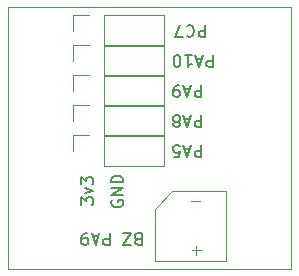
<source format=gbr>
%TF.GenerationSoftware,KiCad,Pcbnew,7.0.10*%
%TF.CreationDate,2024-08-23T10:21:53-04:00*%
%TF.ProjectId,mks_wifi_breakout,6d6b735f-7769-4666-995f-627265616b6f,rev?*%
%TF.SameCoordinates,Original*%
%TF.FileFunction,Legend,Top*%
%TF.FilePolarity,Positive*%
%FSLAX46Y46*%
G04 Gerber Fmt 4.6, Leading zero omitted, Abs format (unit mm)*
G04 Created by KiCad (PCBNEW 7.0.10) date 2024-08-23 10:21:53*
%MOMM*%
%LPD*%
G01*
G04 APERTURE LIST*
%ADD10C,0.150000*%
%ADD11C,0.100000*%
%ADD12C,0.120000*%
%TA.AperFunction,Profile*%
%ADD13C,0.100000*%
%TD*%
G04 APERTURE END LIST*
D10*
X140807887Y-89299990D02*
X140665030Y-89252371D01*
X140665030Y-89252371D02*
X140617411Y-89204752D01*
X140617411Y-89204752D02*
X140569792Y-89109514D01*
X140569792Y-89109514D02*
X140569792Y-88966657D01*
X140569792Y-88966657D02*
X140617411Y-88871419D01*
X140617411Y-88871419D02*
X140665030Y-88823800D01*
X140665030Y-88823800D02*
X140760268Y-88776180D01*
X140760268Y-88776180D02*
X141141220Y-88776180D01*
X141141220Y-88776180D02*
X141141220Y-89776180D01*
X141141220Y-89776180D02*
X140807887Y-89776180D01*
X140807887Y-89776180D02*
X140712649Y-89728561D01*
X140712649Y-89728561D02*
X140665030Y-89680942D01*
X140665030Y-89680942D02*
X140617411Y-89585704D01*
X140617411Y-89585704D02*
X140617411Y-89490466D01*
X140617411Y-89490466D02*
X140665030Y-89395228D01*
X140665030Y-89395228D02*
X140712649Y-89347609D01*
X140712649Y-89347609D02*
X140807887Y-89299990D01*
X140807887Y-89299990D02*
X141141220Y-89299990D01*
X140236458Y-89776180D02*
X139569792Y-89776180D01*
X139569792Y-89776180D02*
X140236458Y-88776180D01*
X140236458Y-88776180D02*
X139569792Y-88776180D01*
X138426934Y-88776180D02*
X138426934Y-89776180D01*
X138426934Y-89776180D02*
X138045982Y-89776180D01*
X138045982Y-89776180D02*
X137950744Y-89728561D01*
X137950744Y-89728561D02*
X137903125Y-89680942D01*
X137903125Y-89680942D02*
X137855506Y-89585704D01*
X137855506Y-89585704D02*
X137855506Y-89442847D01*
X137855506Y-89442847D02*
X137903125Y-89347609D01*
X137903125Y-89347609D02*
X137950744Y-89299990D01*
X137950744Y-89299990D02*
X138045982Y-89252371D01*
X138045982Y-89252371D02*
X138426934Y-89252371D01*
X137474553Y-89061895D02*
X136998363Y-89061895D01*
X137569791Y-88776180D02*
X137236458Y-89776180D01*
X137236458Y-89776180D02*
X136903125Y-88776180D01*
X136522172Y-88776180D02*
X136331696Y-88776180D01*
X136331696Y-88776180D02*
X136236458Y-88823800D01*
X136236458Y-88823800D02*
X136188839Y-88871419D01*
X136188839Y-88871419D02*
X136093601Y-89014276D01*
X136093601Y-89014276D02*
X136045982Y-89204752D01*
X136045982Y-89204752D02*
X136045982Y-89585704D01*
X136045982Y-89585704D02*
X136093601Y-89680942D01*
X136093601Y-89680942D02*
X136141220Y-89728561D01*
X136141220Y-89728561D02*
X136236458Y-89776180D01*
X136236458Y-89776180D02*
X136426934Y-89776180D01*
X136426934Y-89776180D02*
X136522172Y-89728561D01*
X136522172Y-89728561D02*
X136569791Y-89680942D01*
X136569791Y-89680942D02*
X136617410Y-89585704D01*
X136617410Y-89585704D02*
X136617410Y-89347609D01*
X136617410Y-89347609D02*
X136569791Y-89252371D01*
X136569791Y-89252371D02*
X136522172Y-89204752D01*
X136522172Y-89204752D02*
X136426934Y-89157133D01*
X136426934Y-89157133D02*
X136236458Y-89157133D01*
X136236458Y-89157133D02*
X136141220Y-89204752D01*
X136141220Y-89204752D02*
X136093601Y-89252371D01*
X136093601Y-89252371D02*
X136045982Y-89347609D01*
X138617438Y-86007411D02*
X138569819Y-86102649D01*
X138569819Y-86102649D02*
X138569819Y-86245506D01*
X138569819Y-86245506D02*
X138617438Y-86388363D01*
X138617438Y-86388363D02*
X138712676Y-86483601D01*
X138712676Y-86483601D02*
X138807914Y-86531220D01*
X138807914Y-86531220D02*
X138998390Y-86578839D01*
X138998390Y-86578839D02*
X139141247Y-86578839D01*
X139141247Y-86578839D02*
X139331723Y-86531220D01*
X139331723Y-86531220D02*
X139426961Y-86483601D01*
X139426961Y-86483601D02*
X139522200Y-86388363D01*
X139522200Y-86388363D02*
X139569819Y-86245506D01*
X139569819Y-86245506D02*
X139569819Y-86150268D01*
X139569819Y-86150268D02*
X139522200Y-86007411D01*
X139522200Y-86007411D02*
X139474580Y-85959792D01*
X139474580Y-85959792D02*
X139141247Y-85959792D01*
X139141247Y-85959792D02*
X139141247Y-86150268D01*
X139569819Y-85531220D02*
X138569819Y-85531220D01*
X138569819Y-85531220D02*
X139569819Y-84959792D01*
X139569819Y-84959792D02*
X138569819Y-84959792D01*
X139569819Y-84483601D02*
X138569819Y-84483601D01*
X138569819Y-84483601D02*
X138569819Y-84245506D01*
X138569819Y-84245506D02*
X138617438Y-84102649D01*
X138617438Y-84102649D02*
X138712676Y-84007411D01*
X138712676Y-84007411D02*
X138807914Y-83959792D01*
X138807914Y-83959792D02*
X138998390Y-83912173D01*
X138998390Y-83912173D02*
X139141247Y-83912173D01*
X139141247Y-83912173D02*
X139331723Y-83959792D01*
X139331723Y-83959792D02*
X139426961Y-84007411D01*
X139426961Y-84007411D02*
X139522200Y-84102649D01*
X139522200Y-84102649D02*
X139569819Y-84245506D01*
X139569819Y-84245506D02*
X139569819Y-84483601D01*
X136029819Y-86372458D02*
X136029819Y-85753411D01*
X136029819Y-85753411D02*
X136410771Y-86086744D01*
X136410771Y-86086744D02*
X136410771Y-85943887D01*
X136410771Y-85943887D02*
X136458390Y-85848649D01*
X136458390Y-85848649D02*
X136506009Y-85801030D01*
X136506009Y-85801030D02*
X136601247Y-85753411D01*
X136601247Y-85753411D02*
X136839342Y-85753411D01*
X136839342Y-85753411D02*
X136934580Y-85801030D01*
X136934580Y-85801030D02*
X136982200Y-85848649D01*
X136982200Y-85848649D02*
X137029819Y-85943887D01*
X137029819Y-85943887D02*
X137029819Y-86229601D01*
X137029819Y-86229601D02*
X136982200Y-86324839D01*
X136982200Y-86324839D02*
X136934580Y-86372458D01*
X136363152Y-85420077D02*
X137029819Y-85181982D01*
X137029819Y-85181982D02*
X136363152Y-84943887D01*
X136029819Y-84658172D02*
X136029819Y-84039125D01*
X136029819Y-84039125D02*
X136410771Y-84372458D01*
X136410771Y-84372458D02*
X136410771Y-84229601D01*
X136410771Y-84229601D02*
X136458390Y-84134363D01*
X136458390Y-84134363D02*
X136506009Y-84086744D01*
X136506009Y-84086744D02*
X136601247Y-84039125D01*
X136601247Y-84039125D02*
X136839342Y-84039125D01*
X136839342Y-84039125D02*
X136934580Y-84086744D01*
X136934580Y-84086744D02*
X136982200Y-84134363D01*
X136982200Y-84134363D02*
X137029819Y-84229601D01*
X137029819Y-84229601D02*
X137029819Y-84515315D01*
X137029819Y-84515315D02*
X136982200Y-84610553D01*
X136982200Y-84610553D02*
X136934580Y-84658172D01*
X147184856Y-73713180D02*
X147184856Y-74713180D01*
X147184856Y-74713180D02*
X146803904Y-74713180D01*
X146803904Y-74713180D02*
X146708666Y-74665561D01*
X146708666Y-74665561D02*
X146661047Y-74617942D01*
X146661047Y-74617942D02*
X146613428Y-74522704D01*
X146613428Y-74522704D02*
X146613428Y-74379847D01*
X146613428Y-74379847D02*
X146661047Y-74284609D01*
X146661047Y-74284609D02*
X146708666Y-74236990D01*
X146708666Y-74236990D02*
X146803904Y-74189371D01*
X146803904Y-74189371D02*
X147184856Y-74189371D01*
X146232475Y-73998895D02*
X145756285Y-73998895D01*
X146327713Y-73713180D02*
X145994380Y-74713180D01*
X145994380Y-74713180D02*
X145661047Y-73713180D01*
X144803904Y-73713180D02*
X145375332Y-73713180D01*
X145089618Y-73713180D02*
X145089618Y-74713180D01*
X145089618Y-74713180D02*
X145184856Y-74570323D01*
X145184856Y-74570323D02*
X145280094Y-74475085D01*
X145280094Y-74475085D02*
X145375332Y-74427466D01*
X144184856Y-74713180D02*
X144089618Y-74713180D01*
X144089618Y-74713180D02*
X143994380Y-74665561D01*
X143994380Y-74665561D02*
X143946761Y-74617942D01*
X143946761Y-74617942D02*
X143899142Y-74522704D01*
X143899142Y-74522704D02*
X143851523Y-74332228D01*
X143851523Y-74332228D02*
X143851523Y-74094133D01*
X143851523Y-74094133D02*
X143899142Y-73903657D01*
X143899142Y-73903657D02*
X143946761Y-73808419D01*
X143946761Y-73808419D02*
X143994380Y-73760800D01*
X143994380Y-73760800D02*
X144089618Y-73713180D01*
X144089618Y-73713180D02*
X144184856Y-73713180D01*
X144184856Y-73713180D02*
X144280094Y-73760800D01*
X144280094Y-73760800D02*
X144327713Y-73808419D01*
X144327713Y-73808419D02*
X144375332Y-73903657D01*
X144375332Y-73903657D02*
X144422951Y-74094133D01*
X144422951Y-74094133D02*
X144422951Y-74332228D01*
X144422951Y-74332228D02*
X144375332Y-74522704D01*
X144375332Y-74522704D02*
X144327713Y-74617942D01*
X144327713Y-74617942D02*
X144280094Y-74665561D01*
X144280094Y-74665561D02*
X144184856Y-74713180D01*
X146200666Y-76253180D02*
X146200666Y-77253180D01*
X146200666Y-77253180D02*
X145819714Y-77253180D01*
X145819714Y-77253180D02*
X145724476Y-77205561D01*
X145724476Y-77205561D02*
X145676857Y-77157942D01*
X145676857Y-77157942D02*
X145629238Y-77062704D01*
X145629238Y-77062704D02*
X145629238Y-76919847D01*
X145629238Y-76919847D02*
X145676857Y-76824609D01*
X145676857Y-76824609D02*
X145724476Y-76776990D01*
X145724476Y-76776990D02*
X145819714Y-76729371D01*
X145819714Y-76729371D02*
X146200666Y-76729371D01*
X145248285Y-76538895D02*
X144772095Y-76538895D01*
X145343523Y-76253180D02*
X145010190Y-77253180D01*
X145010190Y-77253180D02*
X144676857Y-76253180D01*
X144295904Y-76253180D02*
X144105428Y-76253180D01*
X144105428Y-76253180D02*
X144010190Y-76300800D01*
X144010190Y-76300800D02*
X143962571Y-76348419D01*
X143962571Y-76348419D02*
X143867333Y-76491276D01*
X143867333Y-76491276D02*
X143819714Y-76681752D01*
X143819714Y-76681752D02*
X143819714Y-77062704D01*
X143819714Y-77062704D02*
X143867333Y-77157942D01*
X143867333Y-77157942D02*
X143914952Y-77205561D01*
X143914952Y-77205561D02*
X144010190Y-77253180D01*
X144010190Y-77253180D02*
X144200666Y-77253180D01*
X144200666Y-77253180D02*
X144295904Y-77205561D01*
X144295904Y-77205561D02*
X144343523Y-77157942D01*
X144343523Y-77157942D02*
X144391142Y-77062704D01*
X144391142Y-77062704D02*
X144391142Y-76824609D01*
X144391142Y-76824609D02*
X144343523Y-76729371D01*
X144343523Y-76729371D02*
X144295904Y-76681752D01*
X144295904Y-76681752D02*
X144200666Y-76634133D01*
X144200666Y-76634133D02*
X144010190Y-76634133D01*
X144010190Y-76634133D02*
X143914952Y-76681752D01*
X143914952Y-76681752D02*
X143867333Y-76729371D01*
X143867333Y-76729371D02*
X143819714Y-76824609D01*
X146526094Y-71173180D02*
X146526094Y-72173180D01*
X146526094Y-72173180D02*
X146145142Y-72173180D01*
X146145142Y-72173180D02*
X146049904Y-72125561D01*
X146049904Y-72125561D02*
X146002285Y-72077942D01*
X146002285Y-72077942D02*
X145954666Y-71982704D01*
X145954666Y-71982704D02*
X145954666Y-71839847D01*
X145954666Y-71839847D02*
X146002285Y-71744609D01*
X146002285Y-71744609D02*
X146049904Y-71696990D01*
X146049904Y-71696990D02*
X146145142Y-71649371D01*
X146145142Y-71649371D02*
X146526094Y-71649371D01*
X144954666Y-71268419D02*
X145002285Y-71220800D01*
X145002285Y-71220800D02*
X145145142Y-71173180D01*
X145145142Y-71173180D02*
X145240380Y-71173180D01*
X145240380Y-71173180D02*
X145383237Y-71220800D01*
X145383237Y-71220800D02*
X145478475Y-71316038D01*
X145478475Y-71316038D02*
X145526094Y-71411276D01*
X145526094Y-71411276D02*
X145573713Y-71601752D01*
X145573713Y-71601752D02*
X145573713Y-71744609D01*
X145573713Y-71744609D02*
X145526094Y-71935085D01*
X145526094Y-71935085D02*
X145478475Y-72030323D01*
X145478475Y-72030323D02*
X145383237Y-72125561D01*
X145383237Y-72125561D02*
X145240380Y-72173180D01*
X145240380Y-72173180D02*
X145145142Y-72173180D01*
X145145142Y-72173180D02*
X145002285Y-72125561D01*
X145002285Y-72125561D02*
X144954666Y-72077942D01*
X144621332Y-72173180D02*
X143954666Y-72173180D01*
X143954666Y-72173180D02*
X144383237Y-71173180D01*
X146200666Y-78793180D02*
X146200666Y-79793180D01*
X146200666Y-79793180D02*
X145819714Y-79793180D01*
X145819714Y-79793180D02*
X145724476Y-79745561D01*
X145724476Y-79745561D02*
X145676857Y-79697942D01*
X145676857Y-79697942D02*
X145629238Y-79602704D01*
X145629238Y-79602704D02*
X145629238Y-79459847D01*
X145629238Y-79459847D02*
X145676857Y-79364609D01*
X145676857Y-79364609D02*
X145724476Y-79316990D01*
X145724476Y-79316990D02*
X145819714Y-79269371D01*
X145819714Y-79269371D02*
X146200666Y-79269371D01*
X145248285Y-79078895D02*
X144772095Y-79078895D01*
X145343523Y-78793180D02*
X145010190Y-79793180D01*
X145010190Y-79793180D02*
X144676857Y-78793180D01*
X144200666Y-79364609D02*
X144295904Y-79412228D01*
X144295904Y-79412228D02*
X144343523Y-79459847D01*
X144343523Y-79459847D02*
X144391142Y-79555085D01*
X144391142Y-79555085D02*
X144391142Y-79602704D01*
X144391142Y-79602704D02*
X144343523Y-79697942D01*
X144343523Y-79697942D02*
X144295904Y-79745561D01*
X144295904Y-79745561D02*
X144200666Y-79793180D01*
X144200666Y-79793180D02*
X144010190Y-79793180D01*
X144010190Y-79793180D02*
X143914952Y-79745561D01*
X143914952Y-79745561D02*
X143867333Y-79697942D01*
X143867333Y-79697942D02*
X143819714Y-79602704D01*
X143819714Y-79602704D02*
X143819714Y-79555085D01*
X143819714Y-79555085D02*
X143867333Y-79459847D01*
X143867333Y-79459847D02*
X143914952Y-79412228D01*
X143914952Y-79412228D02*
X144010190Y-79364609D01*
X144010190Y-79364609D02*
X144200666Y-79364609D01*
X144200666Y-79364609D02*
X144295904Y-79316990D01*
X144295904Y-79316990D02*
X144343523Y-79269371D01*
X144343523Y-79269371D02*
X144391142Y-79174133D01*
X144391142Y-79174133D02*
X144391142Y-78983657D01*
X144391142Y-78983657D02*
X144343523Y-78888419D01*
X144343523Y-78888419D02*
X144295904Y-78840800D01*
X144295904Y-78840800D02*
X144200666Y-78793180D01*
X144200666Y-78793180D02*
X144010190Y-78793180D01*
X144010190Y-78793180D02*
X143914952Y-78840800D01*
X143914952Y-78840800D02*
X143867333Y-78888419D01*
X143867333Y-78888419D02*
X143819714Y-78983657D01*
X143819714Y-78983657D02*
X143819714Y-79174133D01*
X143819714Y-79174133D02*
X143867333Y-79269371D01*
X143867333Y-79269371D02*
X143914952Y-79316990D01*
X143914952Y-79316990D02*
X144010190Y-79364609D01*
X146200666Y-81333180D02*
X146200666Y-82333180D01*
X146200666Y-82333180D02*
X145819714Y-82333180D01*
X145819714Y-82333180D02*
X145724476Y-82285561D01*
X145724476Y-82285561D02*
X145676857Y-82237942D01*
X145676857Y-82237942D02*
X145629238Y-82142704D01*
X145629238Y-82142704D02*
X145629238Y-81999847D01*
X145629238Y-81999847D02*
X145676857Y-81904609D01*
X145676857Y-81904609D02*
X145724476Y-81856990D01*
X145724476Y-81856990D02*
X145819714Y-81809371D01*
X145819714Y-81809371D02*
X146200666Y-81809371D01*
X145248285Y-81618895D02*
X144772095Y-81618895D01*
X145343523Y-81333180D02*
X145010190Y-82333180D01*
X145010190Y-82333180D02*
X144676857Y-81333180D01*
X143867333Y-82333180D02*
X144343523Y-82333180D01*
X144343523Y-82333180D02*
X144391142Y-81856990D01*
X144391142Y-81856990D02*
X144343523Y-81904609D01*
X144343523Y-81904609D02*
X144248285Y-81952228D01*
X144248285Y-81952228D02*
X144010190Y-81952228D01*
X144010190Y-81952228D02*
X143914952Y-81904609D01*
X143914952Y-81904609D02*
X143867333Y-81856990D01*
X143867333Y-81856990D02*
X143819714Y-81761752D01*
X143819714Y-81761752D02*
X143819714Y-81523657D01*
X143819714Y-81523657D02*
X143867333Y-81428419D01*
X143867333Y-81428419D02*
X143914952Y-81380800D01*
X143914952Y-81380800D02*
X144010190Y-81333180D01*
X144010190Y-81333180D02*
X144248285Y-81333180D01*
X144248285Y-81333180D02*
X144343523Y-81380800D01*
X144343523Y-81380800D02*
X144391142Y-81428419D01*
D11*
X145391884Y-90229466D02*
X146153789Y-90229466D01*
X145772836Y-90610419D02*
X145772836Y-89848514D01*
X145291884Y-86029466D02*
X146053789Y-86029466D01*
D12*
%TO.C,PA10*%
X137922000Y-75498000D02*
X143062000Y-75498000D01*
X137922000Y-75498000D02*
X137922000Y-72838000D01*
X143062000Y-75498000D02*
X143062000Y-72838000D01*
X135322000Y-74168000D02*
X135322000Y-72838000D01*
X135322000Y-72838000D02*
X136652000Y-72838000D01*
X137922000Y-72838000D02*
X143062000Y-72838000D01*
%TO.C,PA9*%
X137922000Y-78038000D02*
X143062000Y-78038000D01*
X137922000Y-78038000D02*
X137922000Y-75378000D01*
X143062000Y-78038000D02*
X143062000Y-75378000D01*
X135322000Y-76708000D02*
X135322000Y-75378000D01*
X135322000Y-75378000D02*
X136652000Y-75378000D01*
X137922000Y-75378000D02*
X143062000Y-75378000D01*
%TO.C,PC7*%
X137922000Y-72958000D02*
X143062000Y-72958000D01*
X137922000Y-72958000D02*
X137922000Y-70298000D01*
X143062000Y-72958000D02*
X143062000Y-70298000D01*
X135322000Y-71628000D02*
X135322000Y-70298000D01*
X135322000Y-70298000D02*
X136652000Y-70298000D01*
X137922000Y-70298000D02*
X143062000Y-70298000D01*
%TO.C,PA8*%
X137922000Y-80578000D02*
X143062000Y-80578000D01*
X137922000Y-80578000D02*
X137922000Y-77918000D01*
X143062000Y-80578000D02*
X143062000Y-77918000D01*
X135322000Y-79248000D02*
X135322000Y-77918000D01*
X135322000Y-77918000D02*
X136652000Y-77918000D01*
X137922000Y-77918000D02*
X143062000Y-77918000D01*
%TO.C,PA5*%
X137922000Y-83118000D02*
X143062000Y-83118000D01*
X137922000Y-83118000D02*
X137922000Y-80458000D01*
X143062000Y-83118000D02*
X143062000Y-80458000D01*
X135322000Y-81788000D02*
X135322000Y-80458000D01*
X135322000Y-80458000D02*
X136652000Y-80458000D01*
X137922000Y-80458000D02*
X143062000Y-80458000D01*
D11*
%TO.C,BZ1*%
X142288000Y-86738000D02*
X142288000Y-91138000D01*
X142288000Y-91138000D02*
X148288000Y-91138000D01*
X142688000Y-86338000D02*
X142288000Y-86738000D01*
X142688000Y-86338000D02*
X143388000Y-85538000D01*
X143388000Y-85538000D02*
X143688000Y-85238000D01*
X143688000Y-85238000D02*
X143888000Y-85238000D01*
X148288000Y-85238000D02*
X143888000Y-85238000D01*
X148288000Y-91138000D02*
X148288000Y-85238000D01*
%TD*%
D13*
X129800000Y-69600000D02*
X153800000Y-69600000D01*
X153800000Y-91800000D01*
X129800000Y-91800000D01*
X129800000Y-69600000D01*
M02*

</source>
